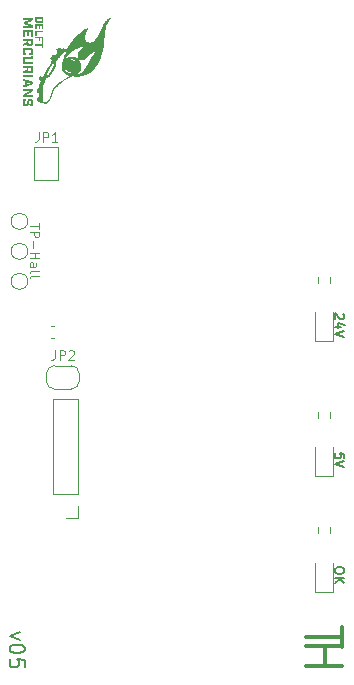
<source format=gbr>
%TF.GenerationSoftware,KiCad,Pcbnew,7.0.9*%
%TF.CreationDate,2024-04-13T12:05:23+02:00*%
%TF.ProjectId,MotorDriverCarrier-rounded,4d6f746f-7244-4726-9976-657243617272,rev?*%
%TF.SameCoordinates,Original*%
%TF.FileFunction,Legend,Top*%
%TF.FilePolarity,Positive*%
%FSLAX46Y46*%
G04 Gerber Fmt 4.6, Leading zero omitted, Abs format (unit mm)*
G04 Created by KiCad (PCBNEW 7.0.9) date 2024-04-13 12:05:23*
%MOMM*%
%LPD*%
G01*
G04 APERTURE LIST*
%ADD10C,0.203200*%
%ADD11C,0.150000*%
%ADD12C,0.300000*%
%ADD13C,0.120000*%
G04 APERTURE END LIST*
D10*
X117236707Y-104787095D02*
X116390040Y-105089476D01*
X116390040Y-105089476D02*
X117236707Y-105391857D01*
X117660040Y-106117571D02*
X117660040Y-106238524D01*
X117660040Y-106238524D02*
X117599564Y-106359476D01*
X117599564Y-106359476D02*
X117539088Y-106419952D01*
X117539088Y-106419952D02*
X117418136Y-106480428D01*
X117418136Y-106480428D02*
X117176231Y-106540905D01*
X117176231Y-106540905D02*
X116873850Y-106540905D01*
X116873850Y-106540905D02*
X116631945Y-106480428D01*
X116631945Y-106480428D02*
X116510993Y-106419952D01*
X116510993Y-106419952D02*
X116450517Y-106359476D01*
X116450517Y-106359476D02*
X116390040Y-106238524D01*
X116390040Y-106238524D02*
X116390040Y-106117571D01*
X116390040Y-106117571D02*
X116450517Y-105996619D01*
X116450517Y-105996619D02*
X116510993Y-105936143D01*
X116510993Y-105936143D02*
X116631945Y-105875666D01*
X116631945Y-105875666D02*
X116873850Y-105815190D01*
X116873850Y-105815190D02*
X117176231Y-105815190D01*
X117176231Y-105815190D02*
X117418136Y-105875666D01*
X117418136Y-105875666D02*
X117539088Y-105936143D01*
X117539088Y-105936143D02*
X117599564Y-105996619D01*
X117599564Y-105996619D02*
X117660040Y-106117571D01*
X117660040Y-107689952D02*
X117660040Y-107085190D01*
X117660040Y-107085190D02*
X117055278Y-107024714D01*
X117055278Y-107024714D02*
X117115755Y-107085190D01*
X117115755Y-107085190D02*
X117176231Y-107206143D01*
X117176231Y-107206143D02*
X117176231Y-107508524D01*
X117176231Y-107508524D02*
X117115755Y-107629476D01*
X117115755Y-107629476D02*
X117055278Y-107689952D01*
X117055278Y-107689952D02*
X116934326Y-107750429D01*
X116934326Y-107750429D02*
X116631945Y-107750429D01*
X116631945Y-107750429D02*
X116510993Y-107689952D01*
X116510993Y-107689952D02*
X116450517Y-107629476D01*
X116450517Y-107629476D02*
X116390040Y-107508524D01*
X116390040Y-107508524D02*
X116390040Y-107206143D01*
X116390040Y-107206143D02*
X116450517Y-107085190D01*
X116450517Y-107085190D02*
X116510993Y-107024714D01*
D11*
X144633514Y-77787618D02*
X144671609Y-77825714D01*
X144671609Y-77825714D02*
X144709704Y-77901904D01*
X144709704Y-77901904D02*
X144709704Y-78092380D01*
X144709704Y-78092380D02*
X144671609Y-78168571D01*
X144671609Y-78168571D02*
X144633514Y-78206666D01*
X144633514Y-78206666D02*
X144557323Y-78244761D01*
X144557323Y-78244761D02*
X144481133Y-78244761D01*
X144481133Y-78244761D02*
X144366847Y-78206666D01*
X144366847Y-78206666D02*
X143909704Y-77749523D01*
X143909704Y-77749523D02*
X143909704Y-78244761D01*
X144443038Y-78930476D02*
X143909704Y-78930476D01*
X144747800Y-78740000D02*
X144176371Y-78549523D01*
X144176371Y-78549523D02*
X144176371Y-79044762D01*
X144709704Y-79235238D02*
X143909704Y-79501905D01*
X143909704Y-79501905D02*
X144709704Y-79768571D01*
D12*
X141502742Y-107664142D02*
X144502742Y-107664142D01*
X143074171Y-107664142D02*
X143074171Y-105949856D01*
X141502742Y-105949856D02*
X144502742Y-105949856D01*
D11*
X144709704Y-99472810D02*
X144709704Y-99625191D01*
X144709704Y-99625191D02*
X144671609Y-99701381D01*
X144671609Y-99701381D02*
X144595419Y-99777572D01*
X144595419Y-99777572D02*
X144443038Y-99815667D01*
X144443038Y-99815667D02*
X144176371Y-99815667D01*
X144176371Y-99815667D02*
X144023990Y-99777572D01*
X144023990Y-99777572D02*
X143947800Y-99701381D01*
X143947800Y-99701381D02*
X143909704Y-99625191D01*
X143909704Y-99625191D02*
X143909704Y-99472810D01*
X143909704Y-99472810D02*
X143947800Y-99396619D01*
X143947800Y-99396619D02*
X144023990Y-99320429D01*
X144023990Y-99320429D02*
X144176371Y-99282333D01*
X144176371Y-99282333D02*
X144443038Y-99282333D01*
X144443038Y-99282333D02*
X144595419Y-99320429D01*
X144595419Y-99320429D02*
X144671609Y-99396619D01*
X144671609Y-99396619D02*
X144709704Y-99472810D01*
X143909704Y-100158524D02*
X144709704Y-100158524D01*
X143909704Y-100615667D02*
X144366847Y-100272809D01*
X144709704Y-100615667D02*
X144252561Y-100158524D01*
D12*
X144502742Y-106013142D02*
X144502742Y-104298857D01*
X141502742Y-105155999D02*
X144502742Y-105155999D01*
D11*
X144709704Y-90017619D02*
X144709704Y-89636667D01*
X144709704Y-89636667D02*
X144328752Y-89598571D01*
X144328752Y-89598571D02*
X144366847Y-89636667D01*
X144366847Y-89636667D02*
X144404942Y-89712857D01*
X144404942Y-89712857D02*
X144404942Y-89903333D01*
X144404942Y-89903333D02*
X144366847Y-89979524D01*
X144366847Y-89979524D02*
X144328752Y-90017619D01*
X144328752Y-90017619D02*
X144252561Y-90055714D01*
X144252561Y-90055714D02*
X144062085Y-90055714D01*
X144062085Y-90055714D02*
X143985895Y-90017619D01*
X143985895Y-90017619D02*
X143947800Y-89979524D01*
X143947800Y-89979524D02*
X143909704Y-89903333D01*
X143909704Y-89903333D02*
X143909704Y-89712857D01*
X143909704Y-89712857D02*
X143947800Y-89636667D01*
X143947800Y-89636667D02*
X143985895Y-89598571D01*
X144709704Y-90284286D02*
X143909704Y-90550953D01*
X143909704Y-90550953D02*
X144709704Y-90817619D01*
D13*
X118887144Y-70132137D02*
X118887144Y-70589280D01*
X118087144Y-70360708D02*
X118887144Y-70360708D01*
X118087144Y-70855947D02*
X118887144Y-70855947D01*
X118887144Y-70855947D02*
X118887144Y-71160709D01*
X118887144Y-71160709D02*
X118849049Y-71236899D01*
X118849049Y-71236899D02*
X118810954Y-71274994D01*
X118810954Y-71274994D02*
X118734763Y-71313090D01*
X118734763Y-71313090D02*
X118620478Y-71313090D01*
X118620478Y-71313090D02*
X118544287Y-71274994D01*
X118544287Y-71274994D02*
X118506192Y-71236899D01*
X118506192Y-71236899D02*
X118468097Y-71160709D01*
X118468097Y-71160709D02*
X118468097Y-70855947D01*
X118391906Y-71655947D02*
X118391906Y-72265471D01*
X118087144Y-72646423D02*
X118887144Y-72646423D01*
X118506192Y-72646423D02*
X118506192Y-73103566D01*
X118087144Y-73103566D02*
X118887144Y-73103566D01*
X118087144Y-73827375D02*
X118506192Y-73827375D01*
X118506192Y-73827375D02*
X118582382Y-73789280D01*
X118582382Y-73789280D02*
X118620478Y-73713089D01*
X118620478Y-73713089D02*
X118620478Y-73560708D01*
X118620478Y-73560708D02*
X118582382Y-73484518D01*
X118125240Y-73827375D02*
X118087144Y-73751184D01*
X118087144Y-73751184D02*
X118087144Y-73560708D01*
X118087144Y-73560708D02*
X118125240Y-73484518D01*
X118125240Y-73484518D02*
X118201430Y-73446422D01*
X118201430Y-73446422D02*
X118277620Y-73446422D01*
X118277620Y-73446422D02*
X118353811Y-73484518D01*
X118353811Y-73484518D02*
X118391906Y-73560708D01*
X118391906Y-73560708D02*
X118391906Y-73751184D01*
X118391906Y-73751184D02*
X118430001Y-73827375D01*
X118087144Y-74322613D02*
X118125240Y-74246423D01*
X118125240Y-74246423D02*
X118201430Y-74208328D01*
X118201430Y-74208328D02*
X118887144Y-74208328D01*
X118087144Y-74741661D02*
X118125240Y-74665471D01*
X118125240Y-74665471D02*
X118201430Y-74627376D01*
X118201430Y-74627376D02*
X118887144Y-74627376D01*
X120237333Y-80883855D02*
X120237333Y-81455283D01*
X120237333Y-81455283D02*
X120199238Y-81569569D01*
X120199238Y-81569569D02*
X120123047Y-81645760D01*
X120123047Y-81645760D02*
X120008762Y-81683855D01*
X120008762Y-81683855D02*
X119932571Y-81683855D01*
X120618286Y-81683855D02*
X120618286Y-80883855D01*
X120618286Y-80883855D02*
X120923048Y-80883855D01*
X120923048Y-80883855D02*
X120999238Y-80921950D01*
X120999238Y-80921950D02*
X121037333Y-80960045D01*
X121037333Y-80960045D02*
X121075429Y-81036236D01*
X121075429Y-81036236D02*
X121075429Y-81150521D01*
X121075429Y-81150521D02*
X121037333Y-81226712D01*
X121037333Y-81226712D02*
X120999238Y-81264807D01*
X120999238Y-81264807D02*
X120923048Y-81302902D01*
X120923048Y-81302902D02*
X120618286Y-81302902D01*
X121380190Y-80960045D02*
X121418286Y-80921950D01*
X121418286Y-80921950D02*
X121494476Y-80883855D01*
X121494476Y-80883855D02*
X121684952Y-80883855D01*
X121684952Y-80883855D02*
X121761143Y-80921950D01*
X121761143Y-80921950D02*
X121799238Y-80960045D01*
X121799238Y-80960045D02*
X121837333Y-81036236D01*
X121837333Y-81036236D02*
X121837333Y-81112426D01*
X121837333Y-81112426D02*
X121799238Y-81226712D01*
X121799238Y-81226712D02*
X121342095Y-81683855D01*
X121342095Y-81683855D02*
X121837333Y-81683855D01*
X118840333Y-62428855D02*
X118840333Y-63000283D01*
X118840333Y-63000283D02*
X118802238Y-63114569D01*
X118802238Y-63114569D02*
X118726047Y-63190760D01*
X118726047Y-63190760D02*
X118611762Y-63228855D01*
X118611762Y-63228855D02*
X118535571Y-63228855D01*
X119221286Y-63228855D02*
X119221286Y-62428855D01*
X119221286Y-62428855D02*
X119526048Y-62428855D01*
X119526048Y-62428855D02*
X119602238Y-62466950D01*
X119602238Y-62466950D02*
X119640333Y-62505045D01*
X119640333Y-62505045D02*
X119678429Y-62581236D01*
X119678429Y-62581236D02*
X119678429Y-62695521D01*
X119678429Y-62695521D02*
X119640333Y-62771712D01*
X119640333Y-62771712D02*
X119602238Y-62809807D01*
X119602238Y-62809807D02*
X119526048Y-62847902D01*
X119526048Y-62847902D02*
X119221286Y-62847902D01*
X120440333Y-63228855D02*
X119983190Y-63228855D01*
X120211762Y-63228855D02*
X120211762Y-62428855D01*
X120211762Y-62428855D02*
X120135571Y-62543140D01*
X120135571Y-62543140D02*
X120059381Y-62619331D01*
X120059381Y-62619331D02*
X119983190Y-62657426D01*
%TO.C,R1*%
X143524500Y-86105276D02*
X143524500Y-86614724D01*
X142479500Y-86105276D02*
X142479500Y-86614724D01*
%TO.C,J2*%
X120098000Y-93075000D02*
X120098000Y-85015000D01*
X122218000Y-85015000D02*
X120098000Y-85015000D01*
X122218000Y-93075000D02*
X120098000Y-93075000D01*
X122218000Y-93075000D02*
X122218000Y-85015000D01*
X122218000Y-94075000D02*
X122218000Y-95135000D01*
X122218000Y-95135000D02*
X121158000Y-95135000D01*
%TO.C,G\u002A\u002A\u002A*%
G36*
X118373000Y-57607000D02*
G01*
X118377542Y-57779000D01*
X117505000Y-57779000D01*
X117505000Y-57602862D01*
X118373000Y-57607000D01*
G37*
G36*
X119225000Y-53962781D02*
G01*
X118963000Y-53964890D01*
X118701000Y-53967000D01*
X118698812Y-54105000D01*
X118696623Y-54243000D01*
X118577000Y-54243000D01*
X118577000Y-53835000D01*
X119225000Y-53835000D01*
X119225000Y-53962781D01*
G37*
G36*
X119225000Y-55283000D02*
G01*
X119105000Y-55283000D01*
X119105000Y-55115000D01*
X118577000Y-55115000D01*
X118577000Y-54979000D01*
X119105000Y-54979000D01*
X119105000Y-54811000D01*
X119225000Y-54811000D01*
X119225000Y-55283000D01*
G37*
G36*
X119225000Y-54763000D02*
G01*
X119105000Y-54763000D01*
X119105000Y-54467000D01*
X118969000Y-54467000D01*
X118969000Y-54707000D01*
X118841000Y-54707000D01*
X118841000Y-54467000D01*
X118577000Y-54467000D01*
X118577000Y-54339000D01*
X119225000Y-54339000D01*
X119225000Y-54763000D01*
G37*
G36*
X119225000Y-53723000D02*
G01*
X119105000Y-53723000D01*
X119105000Y-53427000D01*
X118969000Y-53427000D01*
X118969000Y-53667000D01*
X118849000Y-53667000D01*
X118849000Y-53427000D01*
X118697000Y-53427000D01*
X118697000Y-53723000D01*
X118577000Y-53723000D01*
X118577000Y-53291000D01*
X119225000Y-53291000D01*
X119225000Y-53723000D01*
G37*
G36*
X118367247Y-58868805D02*
G01*
X118365000Y-58966610D01*
X118075547Y-59122805D01*
X117786093Y-59279000D01*
X118077547Y-59281098D01*
X118369000Y-59283197D01*
X118369000Y-59443000D01*
X117505000Y-59443000D01*
X117505000Y-59254888D01*
X117793729Y-59098944D01*
X118082457Y-58943000D01*
X117793729Y-58940900D01*
X117505000Y-58938800D01*
X117505000Y-58771000D01*
X118369493Y-58771000D01*
X118367247Y-58868805D01*
G37*
G36*
X118375103Y-54061000D02*
G01*
X118373000Y-54343000D01*
X118291000Y-54345279D01*
X118209000Y-54347559D01*
X118209000Y-53955000D01*
X118033339Y-53955000D01*
X118031170Y-54113000D01*
X118029000Y-54271000D01*
X117947000Y-54273279D01*
X117865000Y-54275559D01*
X117865000Y-53955000D01*
X117665000Y-53955000D01*
X117665000Y-54347000D01*
X117505000Y-54347000D01*
X117505000Y-53779000D01*
X118377205Y-53779000D01*
X118375103Y-54061000D01*
G37*
G36*
X118367247Y-52852925D02*
G01*
X118365000Y-52950851D01*
X118119020Y-53058925D01*
X118060619Y-53084700D01*
X118007175Y-53108509D01*
X117960384Y-53129579D01*
X117921941Y-53147139D01*
X117893541Y-53160415D01*
X117876878Y-53168636D01*
X117873099Y-53171000D01*
X117880164Y-53175050D01*
X117900199Y-53184722D01*
X117931508Y-53199245D01*
X117972396Y-53217845D01*
X118021167Y-53239748D01*
X118076125Y-53264182D01*
X118119079Y-53283130D01*
X118365000Y-53391260D01*
X118367247Y-53489130D01*
X118369493Y-53587000D01*
X117505000Y-53587000D01*
X117505000Y-53419000D01*
X118069000Y-53418460D01*
X117645000Y-53236176D01*
X117645000Y-53105823D01*
X118069000Y-52923539D01*
X117787000Y-52923269D01*
X117505000Y-52923000D01*
X117505000Y-52755000D01*
X118369493Y-52755000D01*
X118367247Y-52852925D01*
G37*
G36*
X118369000Y-56202831D02*
G01*
X118019000Y-56204915D01*
X117669000Y-56207000D01*
X117666781Y-56325916D01*
X117666368Y-56381106D01*
X117667500Y-56420923D01*
X117670209Y-56445920D01*
X117673761Y-56455916D01*
X117678460Y-56458675D01*
X117688441Y-56460954D01*
X117705027Y-56462797D01*
X117729544Y-56464243D01*
X117763316Y-56465336D01*
X117807667Y-56466116D01*
X117863922Y-56466625D01*
X117933404Y-56466906D01*
X118017440Y-56466999D01*
X118025980Y-56467000D01*
X118369000Y-56467000D01*
X118369000Y-56643000D01*
X117619517Y-56643000D01*
X117584259Y-56624385D01*
X117557678Y-56605867D01*
X117532545Y-56581318D01*
X117525000Y-56571719D01*
X117501000Y-56537667D01*
X117499084Y-56348333D01*
X117498657Y-56283038D01*
X117498906Y-56231793D01*
X117499913Y-56192656D01*
X117501761Y-56163689D01*
X117504532Y-56142952D01*
X117508307Y-56128504D01*
X117508403Y-56128241D01*
X117530484Y-56087658D01*
X117564925Y-56055058D01*
X117589000Y-56040221D01*
X117596875Y-56036208D01*
X117605246Y-56032860D01*
X117615582Y-56030105D01*
X117629354Y-56027871D01*
X117648030Y-56026087D01*
X117673083Y-56024682D01*
X117705980Y-56023583D01*
X117748193Y-56022721D01*
X117801191Y-56022023D01*
X117866444Y-56021419D01*
X117945422Y-56020835D01*
X117995000Y-56020500D01*
X118369000Y-56018000D01*
X118369000Y-56202831D01*
G37*
G36*
X118697000Y-52699000D02*
G01*
X119225000Y-52699000D01*
X119224971Y-52889000D01*
X119224873Y-52949544D01*
X119224496Y-52996260D01*
X119223680Y-53031318D01*
X119222263Y-53056889D01*
X119220087Y-53075144D01*
X119216990Y-53088254D01*
X119212814Y-53098389D01*
X119209044Y-53105073D01*
X119190622Y-53127690D01*
X119167957Y-53146495D01*
X119167074Y-53147043D01*
X119158784Y-53151584D01*
X119149252Y-53155170D01*
X119136599Y-53157912D01*
X119118946Y-53159924D01*
X119094416Y-53161316D01*
X119061131Y-53162201D01*
X119017213Y-53162692D01*
X118960783Y-53162901D01*
X118901000Y-53162940D01*
X118832346Y-53162884D01*
X118777813Y-53162642D01*
X118735524Y-53162102D01*
X118703600Y-53161151D01*
X118680165Y-53159678D01*
X118663339Y-53157569D01*
X118651244Y-53154713D01*
X118642004Y-53150998D01*
X118634927Y-53147043D01*
X118612310Y-53128621D01*
X118593505Y-53105956D01*
X118592957Y-53105073D01*
X118587903Y-53095735D01*
X118584045Y-53084988D01*
X118581221Y-53070661D01*
X118579273Y-53050583D01*
X118578040Y-53022583D01*
X118577362Y-52984491D01*
X118577079Y-52934135D01*
X118577030Y-52889000D01*
X118577020Y-52827000D01*
X118697000Y-52827000D01*
X118697000Y-52915525D01*
X118697726Y-52953005D01*
X118699688Y-52985683D01*
X118702569Y-53009547D01*
X118705282Y-53019525D01*
X118708740Y-53024459D01*
X118714480Y-53028217D01*
X118724498Y-53030960D01*
X118740794Y-53032846D01*
X118765363Y-53034033D01*
X118800204Y-53034682D01*
X118847313Y-53034951D01*
X118899682Y-53035000D01*
X118965590Y-53034720D01*
X119016674Y-53033842D01*
X119054098Y-53032310D01*
X119079030Y-53030065D01*
X119092634Y-53027051D01*
X119095401Y-53025399D01*
X119100356Y-53011625D01*
X119103536Y-52982048D01*
X119104931Y-52936769D01*
X119105000Y-52921399D01*
X119105000Y-52827000D01*
X118697000Y-52827000D01*
X118577020Y-52827000D01*
X118577000Y-52699000D01*
X118697000Y-52699000D01*
G37*
G36*
X117985000Y-56819000D02*
G01*
X118369630Y-56819000D01*
X118365000Y-57337540D01*
X118340240Y-57368270D01*
X118321888Y-57389745D01*
X118304296Y-57406045D01*
X118284921Y-57417877D01*
X118261223Y-57425952D01*
X118230658Y-57430978D01*
X118190684Y-57433665D01*
X118138759Y-57434722D01*
X118101526Y-57434868D01*
X118047771Y-57434777D01*
X118007342Y-57434238D01*
X117977565Y-57433008D01*
X117955767Y-57430843D01*
X117939274Y-57427503D01*
X117925414Y-57422744D01*
X117914807Y-57417938D01*
X117889665Y-57401271D01*
X117863956Y-57377233D01*
X117842650Y-57351067D01*
X117831254Y-57329760D01*
X117823490Y-57330410D01*
X117803319Y-57336859D01*
X117772898Y-57348283D01*
X117734386Y-57363857D01*
X117689941Y-57382759D01*
X117672768Y-57390279D01*
X117626355Y-57410632D01*
X117584861Y-57428592D01*
X117550521Y-57443211D01*
X117525570Y-57453539D01*
X117512241Y-57458630D01*
X117510754Y-57459000D01*
X117508486Y-57451528D01*
X117506977Y-57431202D01*
X117506362Y-57401154D01*
X117506747Y-57365737D01*
X117509000Y-57272474D01*
X117825000Y-57135382D01*
X117825000Y-56995000D01*
X117985000Y-56995000D01*
X117985000Y-57111525D01*
X117985556Y-57155096D01*
X117987088Y-57193307D01*
X117989396Y-57222954D01*
X117992279Y-57240829D01*
X117993282Y-57243525D01*
X117998236Y-57250132D01*
X118006627Y-57254549D01*
X118021349Y-57257208D01*
X118045293Y-57258541D01*
X118081351Y-57258978D01*
X118097000Y-57259000D01*
X118137871Y-57258770D01*
X118165638Y-57257792D01*
X118183191Y-57255636D01*
X118193425Y-57251869D01*
X118199230Y-57246061D01*
X118200719Y-57243525D01*
X118203742Y-57230062D01*
X118206254Y-57203807D01*
X118208055Y-57167969D01*
X118208942Y-57125754D01*
X118209000Y-57111525D01*
X118209000Y-56995000D01*
X117985000Y-56995000D01*
X117825000Y-56995000D01*
X117505000Y-56995000D01*
X117505000Y-56819000D01*
X117985000Y-56819000D01*
G37*
G36*
X117519000Y-57900891D02*
G01*
X117529067Y-57903994D01*
X117552922Y-57911552D01*
X117589129Y-57923102D01*
X117636251Y-57938185D01*
X117692850Y-57956340D01*
X117757490Y-57977105D01*
X117828732Y-58000021D01*
X117871000Y-58013632D01*
X117905140Y-58024625D01*
X117951221Y-58039476D01*
X118369442Y-58174304D01*
X118367221Y-58278445D01*
X118365000Y-58382585D01*
X117937000Y-58520725D01*
X117857784Y-58546282D01*
X117783252Y-58570310D01*
X117714770Y-58592367D01*
X117653707Y-58612014D01*
X117601431Y-58628813D01*
X117559309Y-58642323D01*
X117528709Y-58652104D01*
X117510999Y-58657718D01*
X117507000Y-58658932D01*
X117506223Y-58651478D01*
X117505587Y-58631136D01*
X117505157Y-58601017D01*
X117505000Y-58564373D01*
X117505000Y-58469746D01*
X117696982Y-58415000D01*
X117696991Y-58275000D01*
X117865000Y-58275000D01*
X117865509Y-58310362D01*
X117866889Y-58338941D01*
X117868918Y-58357508D01*
X117871000Y-58363006D01*
X117881912Y-58360886D01*
X117904422Y-58355080D01*
X117935702Y-58346429D01*
X117972925Y-58335774D01*
X118013262Y-58323956D01*
X118053885Y-58311817D01*
X118091968Y-58300198D01*
X118124681Y-58289940D01*
X118149198Y-58281885D01*
X118162690Y-58276873D01*
X118164390Y-58275722D01*
X118156036Y-58272467D01*
X118135252Y-58265617D01*
X118104969Y-58256054D01*
X118068114Y-58244665D01*
X118027619Y-58232334D01*
X117986413Y-58219944D01*
X117947426Y-58208380D01*
X117913588Y-58198527D01*
X117887828Y-58191270D01*
X117873077Y-58187492D01*
X117871000Y-58187153D01*
X117868590Y-58194550D01*
X117866642Y-58214723D01*
X117865376Y-58244452D01*
X117865000Y-58275000D01*
X117696991Y-58275000D01*
X117697000Y-58133746D01*
X117601010Y-58106373D01*
X117505019Y-58079000D01*
X117505010Y-57988066D01*
X117505210Y-57948799D01*
X117506094Y-57922966D01*
X117508073Y-57908003D01*
X117511560Y-57901347D01*
X117516964Y-57900434D01*
X117519000Y-57900891D01*
G37*
G36*
X117983874Y-54499000D02*
G01*
X118369000Y-54499000D01*
X118368869Y-54749000D01*
X118368798Y-54818914D01*
X118368587Y-54874698D01*
X118368117Y-54918220D01*
X118367267Y-54951348D01*
X118365918Y-54975951D01*
X118363949Y-54993899D01*
X118361241Y-55007060D01*
X118357674Y-55017304D01*
X118353128Y-55026498D01*
X118350801Y-55030667D01*
X118332958Y-55054697D01*
X118308819Y-55078461D01*
X118298268Y-55086667D01*
X118263672Y-55111000D01*
X118115195Y-55113651D01*
X118059472Y-55114393D01*
X118017137Y-55114264D01*
X117985596Y-55113118D01*
X117962253Y-55110812D01*
X117944514Y-55107201D01*
X117933241Y-55103517D01*
X117896495Y-55083511D01*
X117864673Y-55055273D01*
X117842972Y-55023530D01*
X117841395Y-55019951D01*
X117831848Y-54996903D01*
X117671291Y-55067951D01*
X117624397Y-55088647D01*
X117582641Y-55106970D01*
X117548163Y-55121990D01*
X117523101Y-55132776D01*
X117509594Y-55138400D01*
X117507867Y-55139000D01*
X117506751Y-55131520D01*
X117505839Y-55111166D01*
X117505228Y-55081061D01*
X117505012Y-55045000D01*
X117505023Y-54951000D01*
X117663012Y-54882645D01*
X117821000Y-54814291D01*
X117823312Y-54744645D01*
X117825623Y-54675000D01*
X117983874Y-54675000D01*
X117986437Y-54799306D01*
X117987740Y-54848588D01*
X117989464Y-54884090D01*
X117991854Y-54908034D01*
X117995157Y-54922639D01*
X117999616Y-54930126D01*
X118001000Y-54931184D01*
X118013644Y-54934324D01*
X118038365Y-54936853D01*
X118071245Y-54938461D01*
X118098429Y-54938877D01*
X118139307Y-54938406D01*
X118167125Y-54936607D01*
X118184794Y-54933111D01*
X118195224Y-54927548D01*
X118196429Y-54926428D01*
X118201464Y-54918697D01*
X118205001Y-54905575D01*
X118207275Y-54884581D01*
X118208523Y-54853235D01*
X118208981Y-54809055D01*
X118209000Y-54794428D01*
X118209000Y-54675000D01*
X117983874Y-54675000D01*
X117825623Y-54675000D01*
X117505000Y-54675000D01*
X117505000Y-54499000D01*
X117983874Y-54499000D01*
G37*
G36*
X118016499Y-55263024D02*
G01*
X118081621Y-55263152D01*
X118133990Y-55263463D01*
X118175230Y-55264037D01*
X118206963Y-55264956D01*
X118230813Y-55266299D01*
X118248404Y-55268146D01*
X118261359Y-55270579D01*
X118271301Y-55273677D01*
X118279854Y-55277520D01*
X118285000Y-55280221D01*
X118325560Y-55308196D01*
X118353763Y-55342970D01*
X118364619Y-55364852D01*
X118368898Y-55378224D01*
X118372119Y-55396550D01*
X118374409Y-55421985D01*
X118375900Y-55456683D01*
X118376719Y-55502799D01*
X118376997Y-55562486D01*
X118377000Y-55571000D01*
X118376751Y-55635433D01*
X118375729Y-55686150D01*
X118373527Y-55725431D01*
X118369736Y-55755555D01*
X118363947Y-55778802D01*
X118355752Y-55797452D01*
X118344742Y-55813785D01*
X118330576Y-55830008D01*
X118306514Y-55851779D01*
X118279754Y-55866941D01*
X118246958Y-55876500D01*
X118204788Y-55881460D01*
X118155000Y-55882824D01*
X118065000Y-55883000D01*
X118065000Y-55707000D01*
X118128021Y-55707000D01*
X118165937Y-55705756D01*
X118189677Y-55701856D01*
X118200240Y-55695916D01*
X118204308Y-55683048D01*
X118206774Y-55655830D01*
X118207669Y-55613707D01*
X118207220Y-55565916D01*
X118205000Y-55447000D01*
X117669000Y-55447000D01*
X117666781Y-55565916D01*
X117666368Y-55621106D01*
X117667500Y-55660923D01*
X117670209Y-55685920D01*
X117673761Y-55695916D01*
X117686217Y-55702403D01*
X117711381Y-55706009D01*
X117745980Y-55707000D01*
X117809000Y-55707000D01*
X117809000Y-55883000D01*
X117717914Y-55883000D01*
X117677266Y-55882697D01*
X117648376Y-55881318D01*
X117627007Y-55878157D01*
X117608920Y-55872508D01*
X117589879Y-55863665D01*
X117584189Y-55860725D01*
X117555469Y-55843126D01*
X117535602Y-55822847D01*
X117519275Y-55795811D01*
X117497000Y-55753172D01*
X117497352Y-55576086D01*
X117497825Y-55509615D01*
X117499009Y-55457509D01*
X117500993Y-55418147D01*
X117503865Y-55389907D01*
X117507713Y-55371166D01*
X117508670Y-55368241D01*
X117530311Y-55327920D01*
X117564437Y-55295401D01*
X117589000Y-55280221D01*
X117597500Y-55275891D01*
X117606413Y-55272355D01*
X117617363Y-55269532D01*
X117631974Y-55267343D01*
X117651869Y-55265707D01*
X117678672Y-55264543D01*
X117714006Y-55263771D01*
X117759494Y-55263312D01*
X117816760Y-55263083D01*
X117887428Y-55263006D01*
X117937000Y-55263000D01*
X118016499Y-55263024D01*
G37*
G36*
X117785000Y-59779000D02*
G01*
X117740475Y-59779000D01*
X117712999Y-59779273D01*
X117693160Y-59781588D01*
X117679714Y-59788183D01*
X117671418Y-59801299D01*
X117667029Y-59823174D01*
X117665304Y-59856050D01*
X117665000Y-59902167D01*
X117665000Y-59915000D01*
X117665151Y-59961343D01*
X117665809Y-59994237D01*
X117667283Y-60016230D01*
X117669881Y-60029870D01*
X117673913Y-60037705D01*
X117679688Y-60042286D01*
X117680475Y-60042718D01*
X117698811Y-60047939D01*
X117726019Y-60050642D01*
X117756924Y-60050930D01*
X117786350Y-60048909D01*
X117809121Y-60044683D01*
X117818940Y-60039917D01*
X117824187Y-60028764D01*
X117831866Y-60004701D01*
X117841214Y-59970498D01*
X117851467Y-59928922D01*
X117860247Y-59890200D01*
X117871318Y-59842190D01*
X117882849Y-59796970D01*
X117893880Y-59757990D01*
X117903447Y-59728697D01*
X117909021Y-59715283D01*
X117932471Y-59678791D01*
X117961633Y-59647158D01*
X117992189Y-59624764D01*
X118003521Y-59619490D01*
X118022792Y-59615603D01*
X118054042Y-59612946D01*
X118093296Y-59611499D01*
X118136583Y-59611242D01*
X118179929Y-59612157D01*
X118219361Y-59614223D01*
X118250907Y-59617421D01*
X118267818Y-59620789D01*
X118301908Y-59637903D01*
X118333668Y-59665759D01*
X118358106Y-59699324D01*
X118367587Y-59721436D01*
X118371618Y-59743737D01*
X118374605Y-59778082D01*
X118376573Y-59821306D01*
X118377546Y-59870245D01*
X118377549Y-59921736D01*
X118376607Y-59972614D01*
X118374745Y-60019716D01*
X118371987Y-60059877D01*
X118368359Y-60089935D01*
X118364576Y-60105256D01*
X118340409Y-60147838D01*
X118307633Y-60178883D01*
X118264942Y-60199118D01*
X118211030Y-60209270D01*
X118175000Y-60210824D01*
X118105000Y-60211000D01*
X118105000Y-60043000D01*
X118141526Y-60043000D01*
X118166841Y-60042534D01*
X118184871Y-60039589D01*
X118196851Y-60031845D01*
X118204017Y-60016979D01*
X118207607Y-59992672D01*
X118208856Y-59956601D01*
X118209000Y-59916318D01*
X118208329Y-59863727D01*
X118206281Y-59826484D01*
X118202810Y-59803994D01*
X118199400Y-59796599D01*
X118186794Y-59791659D01*
X118163787Y-59788464D01*
X118135181Y-59787033D01*
X118105775Y-59787384D01*
X118080372Y-59789537D01*
X118063771Y-59793510D01*
X118060350Y-59796052D01*
X118056899Y-59806488D01*
X118050768Y-59829878D01*
X118042612Y-59863527D01*
X118033087Y-59904739D01*
X118024108Y-59945051D01*
X118009502Y-60008937D01*
X117996330Y-60059398D01*
X117983653Y-60098835D01*
X117970533Y-60129646D01*
X117956032Y-60154231D01*
X117939211Y-60174988D01*
X117930832Y-60183529D01*
X117911563Y-60199907D01*
X117890695Y-60211690D01*
X117865228Y-60219578D01*
X117832160Y-60224273D01*
X117788490Y-60226474D01*
X117745000Y-60226910D01*
X117690025Y-60226086D01*
X117647919Y-60223157D01*
X117615617Y-60217440D01*
X117590051Y-60208249D01*
X117568154Y-60194900D01*
X117555526Y-60184632D01*
X117537893Y-60168131D01*
X117524219Y-60151852D01*
X117514015Y-60133538D01*
X117506792Y-60110935D01*
X117502063Y-60081787D01*
X117499339Y-60043840D01*
X117498131Y-59994837D01*
X117497951Y-59932525D01*
X117497993Y-59919000D01*
X117498620Y-59859471D01*
X117499978Y-59807158D01*
X117501965Y-59764253D01*
X117504480Y-59732947D01*
X117507422Y-59715434D01*
X117507440Y-59715377D01*
X117524226Y-59683733D01*
X117551496Y-59653722D01*
X117584082Y-59630295D01*
X117606121Y-59620807D01*
X117629322Y-59616310D01*
X117662513Y-59612898D01*
X117699695Y-59611128D01*
X117711929Y-59611000D01*
X117785000Y-59611000D01*
X117785000Y-59779000D01*
G37*
G36*
X124940322Y-52755905D02*
G01*
X124962076Y-52765313D01*
X124963464Y-52766606D01*
X124976619Y-52785982D01*
X124975726Y-52804938D01*
X124960253Y-52824725D01*
X124929669Y-52846593D01*
X124929366Y-52846778D01*
X124891602Y-52873222D01*
X124856621Y-52905790D01*
X124822027Y-52947144D01*
X124785424Y-52999948D01*
X124770882Y-53022937D01*
X124702491Y-53145646D01*
X124640664Y-53282503D01*
X124585618Y-53432968D01*
X124537572Y-53596500D01*
X124533185Y-53613459D01*
X124517505Y-53677766D01*
X124503203Y-53743167D01*
X124490066Y-53811255D01*
X124477882Y-53883621D01*
X124466440Y-53961858D01*
X124455527Y-54047558D01*
X124444931Y-54142314D01*
X124434442Y-54247717D01*
X124423846Y-54365361D01*
X124412931Y-54496837D01*
X124408951Y-54547000D01*
X124399556Y-54665305D01*
X124391027Y-54769363D01*
X124383168Y-54860890D01*
X124375781Y-54941604D01*
X124368671Y-55013221D01*
X124361641Y-55077459D01*
X124354494Y-55136035D01*
X124347034Y-55190666D01*
X124339064Y-55243068D01*
X124330388Y-55294960D01*
X124320810Y-55348057D01*
X124311893Y-55395000D01*
X124270231Y-55587658D01*
X124220460Y-55777986D01*
X124163274Y-55964222D01*
X124099370Y-56144603D01*
X124029443Y-56317367D01*
X123954188Y-56480752D01*
X123874300Y-56632997D01*
X123790477Y-56772338D01*
X123737174Y-56851000D01*
X123630292Y-56992461D01*
X123521166Y-57119012D01*
X123408611Y-57231706D01*
X123291443Y-57331596D01*
X123168479Y-57419737D01*
X123038533Y-57497182D01*
X122973000Y-57531029D01*
X122859831Y-57582380D01*
X122746206Y-57624680D01*
X122628175Y-57659120D01*
X122501786Y-57686887D01*
X122397000Y-57704363D01*
X122344554Y-57710197D01*
X122279289Y-57714432D01*
X122204307Y-57717052D01*
X122122711Y-57718043D01*
X122037604Y-57717387D01*
X121952088Y-57715069D01*
X121869265Y-57711075D01*
X121815061Y-57707312D01*
X121689121Y-57697300D01*
X121615061Y-57725996D01*
X121582142Y-57739550D01*
X121539296Y-57758357D01*
X121490868Y-57780447D01*
X121441209Y-57803851D01*
X121412148Y-57817941D01*
X121248731Y-57902636D01*
X121093986Y-57992410D01*
X120945298Y-58089101D01*
X120800052Y-58194548D01*
X120655635Y-58310589D01*
X120509432Y-58439065D01*
X120447905Y-58496195D01*
X120376598Y-58564051D01*
X120316012Y-58623739D01*
X120264729Y-58677512D01*
X120221332Y-58727625D01*
X120184402Y-58776332D01*
X120152521Y-58825887D01*
X120124272Y-58878544D01*
X120098236Y-58936557D01*
X120072995Y-59002181D01*
X120047131Y-59077670D01*
X120019227Y-59165278D01*
X120011651Y-59189710D01*
X119985361Y-59273931D01*
X119962470Y-59345069D01*
X119942105Y-59405462D01*
X119923390Y-59457446D01*
X119905450Y-59503357D01*
X119887411Y-59545532D01*
X119868399Y-59586308D01*
X119847580Y-59627938D01*
X119818085Y-59681061D01*
X119783369Y-59736677D01*
X119745795Y-59791510D01*
X119707725Y-59842286D01*
X119671523Y-59885729D01*
X119639551Y-59918562D01*
X119635030Y-59922574D01*
X119606513Y-59944280D01*
X119571950Y-59966539D01*
X119546483Y-59980575D01*
X119486539Y-60001953D01*
X119420688Y-60010705D01*
X119352753Y-60006905D01*
X119286556Y-59990631D01*
X119248706Y-59974634D01*
X119226634Y-59964443D01*
X119209768Y-59960604D01*
X119190789Y-59962482D01*
X119168963Y-59967729D01*
X119104911Y-59978780D01*
X119048071Y-59977166D01*
X118999415Y-59963138D01*
X118959914Y-59936944D01*
X118935841Y-59907847D01*
X118925908Y-59893292D01*
X118915121Y-59881262D01*
X118900854Y-59870046D01*
X118880481Y-59857933D01*
X118851374Y-59843213D01*
X118810909Y-59824176D01*
X118798749Y-59818559D01*
X118685000Y-59766119D01*
X118682802Y-59646391D01*
X118680604Y-59526664D01*
X118873000Y-59431532D01*
X118873000Y-59118467D01*
X118793091Y-59078956D01*
X119177860Y-59078956D01*
X119177914Y-59141176D01*
X119178209Y-59206649D01*
X119178731Y-59273252D01*
X119179470Y-59338862D01*
X119180412Y-59401353D01*
X119181546Y-59458603D01*
X119182859Y-59508487D01*
X119184340Y-59548882D01*
X119185509Y-59571000D01*
X119190699Y-59639712D01*
X119196754Y-59694649D01*
X119204115Y-59738027D01*
X119213224Y-59772065D01*
X119224522Y-59798982D01*
X119234082Y-59814938D01*
X119266402Y-59848979D01*
X119309428Y-59875253D01*
X119359071Y-59892086D01*
X119411243Y-59897810D01*
X119433453Y-59896437D01*
X119474490Y-59887756D01*
X119512710Y-59870900D01*
X119550173Y-59844323D01*
X119588935Y-59806481D01*
X119631055Y-59755829D01*
X119644676Y-59737874D01*
X119679788Y-59688469D01*
X119711869Y-59637957D01*
X119741755Y-59584435D01*
X119770279Y-59526002D01*
X119798276Y-59460756D01*
X119826580Y-59386794D01*
X119856025Y-59302215D01*
X119887446Y-59205118D01*
X119909118Y-59135068D01*
X119938936Y-59040571D01*
X119967717Y-58957636D01*
X119996878Y-58884082D01*
X120027834Y-58817726D01*
X120061999Y-58756384D01*
X120100788Y-58697875D01*
X120145616Y-58640015D01*
X120197898Y-58580622D01*
X120259050Y-58517513D01*
X120330486Y-58448505D01*
X120390265Y-58392852D01*
X120526790Y-58270732D01*
X120658297Y-58160799D01*
X120787432Y-58061197D01*
X120916840Y-57970067D01*
X121049165Y-57885550D01*
X121187053Y-57805789D01*
X121333148Y-57728926D01*
X121341000Y-57724983D01*
X121461000Y-57664857D01*
X121457005Y-57663833D01*
X121803167Y-57663833D01*
X121813874Y-57665743D01*
X121818500Y-57664464D01*
X121821531Y-57660912D01*
X121813667Y-57659631D01*
X121803291Y-57661102D01*
X121803167Y-57663833D01*
X121457005Y-57663833D01*
X121419497Y-57654220D01*
X121314213Y-57619796D01*
X121216778Y-57572212D01*
X121125836Y-57510679D01*
X121040030Y-57434405D01*
X121037000Y-57431355D01*
X120973940Y-57361876D01*
X120923316Y-57292505D01*
X120882227Y-57218790D01*
X120851813Y-57147220D01*
X120829326Y-57082024D01*
X120813797Y-57022642D01*
X120804152Y-56963137D01*
X120799318Y-56897569D01*
X120798263Y-56851000D01*
X121020243Y-56851000D01*
X121025890Y-56909000D01*
X121030299Y-56945175D01*
X121036152Y-56981567D01*
X121041429Y-57007000D01*
X121069212Y-57087963D01*
X121111319Y-57166745D01*
X121166087Y-57240611D01*
X121214411Y-57291086D01*
X121289474Y-57351344D01*
X121370914Y-57397968D01*
X121457123Y-57430230D01*
X121546493Y-57447402D01*
X121563000Y-57448849D01*
X121625000Y-57453286D01*
X121625000Y-57363000D01*
X121591000Y-57362881D01*
X121541060Y-57357912D01*
X121484004Y-57344273D01*
X121425119Y-57323407D01*
X121393000Y-57308947D01*
X121339484Y-57276481D01*
X121285648Y-57232726D01*
X121235583Y-57181772D01*
X121193380Y-57127710D01*
X121167053Y-57083000D01*
X121142735Y-57025420D01*
X121124831Y-56966680D01*
X121114780Y-56912065D01*
X121113119Y-56885000D01*
X121113000Y-56851000D01*
X121020243Y-56851000D01*
X120798263Y-56851000D01*
X120798095Y-56820003D01*
X120798389Y-56792654D01*
X120799507Y-56767175D01*
X120801808Y-56741789D01*
X120805651Y-56714720D01*
X120811396Y-56684189D01*
X120819402Y-56648421D01*
X120830030Y-56605637D01*
X120843639Y-56554061D01*
X120860588Y-56491916D01*
X120881238Y-56417425D01*
X120898640Y-56355000D01*
X120924676Y-56266177D01*
X120927288Y-56258018D01*
X121041190Y-56258018D01*
X121046373Y-56254757D01*
X121053516Y-56248713D01*
X121625000Y-56248713D01*
X121625000Y-56336702D01*
X121679507Y-56341768D01*
X121758997Y-56356849D01*
X121813667Y-56377451D01*
X121836662Y-56386117D01*
X121909845Y-56427783D01*
X121975887Y-56480055D01*
X122032131Y-56541143D01*
X122075577Y-56608596D01*
X122095559Y-56652755D01*
X122113151Y-56702051D01*
X122126856Y-56751330D01*
X122135178Y-56795436D01*
X122137000Y-56820279D01*
X122137000Y-56851000D01*
X122227372Y-56851000D01*
X122222336Y-56789000D01*
X122207105Y-56697619D01*
X122177329Y-56610603D01*
X122134202Y-56529442D01*
X122078919Y-56455624D01*
X122012674Y-56390639D01*
X121936661Y-56335976D01*
X121852075Y-56293125D01*
X121813000Y-56278580D01*
X121769935Y-56266623D01*
X121722990Y-56257319D01*
X121687000Y-56252974D01*
X121625000Y-56248713D01*
X121053516Y-56248713D01*
X121060011Y-56243218D01*
X121075093Y-56229612D01*
X121156991Y-56164692D01*
X121248638Y-56110985D01*
X121347644Y-56069281D01*
X121451620Y-56040367D01*
X121558178Y-56025034D01*
X121625000Y-56024429D01*
X121664928Y-56024068D01*
X121691357Y-56026164D01*
X121776370Y-56037678D01*
X121852439Y-56055480D01*
X121925955Y-56081298D01*
X121973981Y-56102524D01*
X122076170Y-56158802D01*
X122166276Y-56225474D01*
X122244736Y-56302976D01*
X122311990Y-56391742D01*
X122368476Y-56492208D01*
X122369814Y-56495000D01*
X122412797Y-56602617D01*
X122440391Y-56712055D01*
X122452799Y-56822071D01*
X122450227Y-56931418D01*
X122432878Y-57038851D01*
X122400957Y-57143125D01*
X122354667Y-57242995D01*
X122294212Y-57337216D01*
X122219797Y-57424542D01*
X122217000Y-57427398D01*
X122146214Y-57493735D01*
X122075699Y-57547445D01*
X122001217Y-57591252D01*
X121918532Y-57627882D01*
X121887469Y-57639301D01*
X121859085Y-57649411D01*
X121844810Y-57655120D01*
X121843614Y-57657215D01*
X121854473Y-57656483D01*
X121867076Y-57654921D01*
X121925418Y-57643648D01*
X121992520Y-57624477D01*
X122064244Y-57598977D01*
X122136453Y-57568716D01*
X122205007Y-57535263D01*
X122250878Y-57509420D01*
X122331363Y-57456731D01*
X122414306Y-57394968D01*
X122496483Y-57326979D01*
X122574671Y-57255614D01*
X122645647Y-57183722D01*
X122706187Y-57114150D01*
X122724055Y-57091220D01*
X122752911Y-57051958D01*
X122781411Y-57011047D01*
X122810328Y-56967146D01*
X122840436Y-56918914D01*
X122872508Y-56865011D01*
X122907318Y-56804095D01*
X122945639Y-56734825D01*
X122988245Y-56655861D01*
X123035909Y-56565861D01*
X123089404Y-56463484D01*
X123118703Y-56407000D01*
X123168307Y-56311843D01*
X123212245Y-56229335D01*
X123251731Y-56157678D01*
X123287979Y-56095073D01*
X123322200Y-56039722D01*
X123355610Y-55989829D01*
X123389420Y-55943595D01*
X123424846Y-55899223D01*
X123463099Y-55854915D01*
X123505393Y-55808874D01*
X123552942Y-55759300D01*
X123562419Y-55749591D01*
X123607596Y-55702854D01*
X123641944Y-55665838D01*
X123666297Y-55637312D01*
X123681491Y-55616045D01*
X123688360Y-55600806D01*
X123687741Y-55590366D01*
X123680468Y-55583493D01*
X123676400Y-55581662D01*
X123658099Y-55581170D01*
X123628662Y-55588155D01*
X123590493Y-55601578D01*
X123546002Y-55620398D01*
X123497593Y-55643576D01*
X123447676Y-55670071D01*
X123398656Y-55698844D01*
X123384333Y-55707861D01*
X123353854Y-55727948D01*
X123324394Y-55748735D01*
X123294349Y-55771596D01*
X123262114Y-55797908D01*
X123226087Y-55829046D01*
X123184664Y-55866387D01*
X123136240Y-55911304D01*
X123079212Y-55965176D01*
X123033193Y-56009065D01*
X122959407Y-56078780D01*
X122894988Y-56137595D01*
X122838563Y-56186472D01*
X122788760Y-56226371D01*
X122744207Y-56258255D01*
X122703530Y-56283082D01*
X122665356Y-56301815D01*
X122628314Y-56315413D01*
X122591031Y-56324839D01*
X122578783Y-56327137D01*
X122504689Y-56332977D01*
X122432032Y-56325461D01*
X122363008Y-56305628D01*
X122299812Y-56274519D01*
X122244641Y-56233173D01*
X122199690Y-56182630D01*
X122171673Y-56134347D01*
X122150639Y-56070114D01*
X122141889Y-55998233D01*
X122144820Y-55920542D01*
X122158831Y-55838877D01*
X122183321Y-55755078D01*
X122217688Y-55670982D01*
X122261330Y-55588427D01*
X122313646Y-55509250D01*
X122374034Y-55435289D01*
X122413977Y-55394098D01*
X122446445Y-55362822D01*
X122479702Y-55330848D01*
X122509283Y-55302468D01*
X122526431Y-55286061D01*
X122552015Y-55259230D01*
X122563952Y-55239988D01*
X122562170Y-55227458D01*
X122546600Y-55220762D01*
X122521040Y-55219000D01*
X122486220Y-55222675D01*
X122439553Y-55233111D01*
X122383247Y-55249422D01*
X122319509Y-55270725D01*
X122250547Y-55296135D01*
X122178570Y-55324767D01*
X122105784Y-55355736D01*
X122034399Y-55388158D01*
X121966621Y-55421149D01*
X121904659Y-55453822D01*
X121850721Y-55485295D01*
X121840796Y-55491556D01*
X121774647Y-55537191D01*
X121700743Y-55594016D01*
X121620911Y-55660409D01*
X121536979Y-55734746D01*
X121450775Y-55815404D01*
X121364125Y-55900762D01*
X121278858Y-55989195D01*
X121271196Y-55997376D01*
X121234400Y-56037088D01*
X121196802Y-56078244D01*
X121159970Y-56119065D01*
X121125474Y-56157775D01*
X121094882Y-56192595D01*
X121069763Y-56221748D01*
X121051686Y-56243455D01*
X121042221Y-56255938D01*
X121041190Y-56258018D01*
X120927288Y-56258018D01*
X120954666Y-56172513D01*
X120989220Y-56072323D01*
X121020243Y-55987676D01*
X121028949Y-55963922D01*
X121074461Y-55845625D01*
X121126367Y-55715747D01*
X121158590Y-55637000D01*
X121156212Y-55629108D01*
X121141351Y-55627440D01*
X121116139Y-55631714D01*
X121082709Y-55641646D01*
X121059824Y-55650113D01*
X121002164Y-55676789D01*
X120944241Y-55711813D01*
X120884643Y-55756340D01*
X120821957Y-55811528D01*
X120754772Y-55878533D01*
X120681675Y-55958509D01*
X120677726Y-55963000D01*
X120615890Y-56034776D01*
X120556632Y-56106173D01*
X120501135Y-56175608D01*
X120450583Y-56241500D01*
X120406156Y-56302267D01*
X120369039Y-56356328D01*
X120340414Y-56402101D01*
X120321464Y-56438005D01*
X120319997Y-56441342D01*
X120310357Y-56466995D01*
X120306255Y-56489516D01*
X120307870Y-56513673D01*
X120315381Y-56544231D01*
X120325000Y-56574242D01*
X120341189Y-56639779D01*
X120343581Y-56701130D01*
X120332281Y-56762031D01*
X120330388Y-56768287D01*
X120325178Y-56781936D01*
X120316014Y-56801848D01*
X120302513Y-56828707D01*
X120284293Y-56863197D01*
X120260968Y-56906004D01*
X120232156Y-56957811D01*
X120197474Y-57019304D01*
X120156537Y-57091166D01*
X120108963Y-57174082D01*
X120054367Y-57268736D01*
X119992367Y-57375814D01*
X119925485Y-57491000D01*
X119882350Y-57564007D01*
X119844990Y-57624032D01*
X119812057Y-57672417D01*
X119782202Y-57710506D01*
X119754075Y-57739642D01*
X119726328Y-57761168D01*
X119697613Y-57776428D01*
X119666579Y-57786766D01*
X119631880Y-57793524D01*
X119620158Y-57795104D01*
X119589047Y-57800190D01*
X119563481Y-57808149D01*
X119541767Y-57820850D01*
X119522212Y-57840163D01*
X119503124Y-57867956D01*
X119482810Y-57906098D01*
X119459578Y-57956460D01*
X119446130Y-57987291D01*
X119425771Y-58033152D01*
X119400999Y-58086921D01*
X119374764Y-58142297D01*
X119350016Y-58192982D01*
X119346999Y-58199022D01*
X119293552Y-58315148D01*
X119252419Y-58426827D01*
X119222441Y-58538240D01*
X119202458Y-58653566D01*
X119192648Y-58755000D01*
X119189616Y-58798635D01*
X119186712Y-58837150D01*
X119184186Y-58867470D01*
X119182285Y-58886523D01*
X119181618Y-58891000D01*
X119180288Y-58905092D01*
X119179260Y-58933058D01*
X119178521Y-58972774D01*
X119178058Y-59022114D01*
X119177860Y-59078956D01*
X118793091Y-59078956D01*
X118777000Y-59071000D01*
X118681000Y-59023532D01*
X118681000Y-58764134D01*
X118870564Y-58651960D01*
X118875536Y-58545480D01*
X118879526Y-58479746D01*
X118885440Y-58425527D01*
X118894422Y-58378357D01*
X118907616Y-58333767D01*
X118926166Y-58287293D01*
X118951214Y-58234468D01*
X118959243Y-58218530D01*
X119014368Y-58110061D01*
X118935684Y-58015820D01*
X118908461Y-57982756D01*
X118885320Y-57953772D01*
X118868041Y-57931169D01*
X118858402Y-57917245D01*
X118857000Y-57914175D01*
X118860444Y-57903678D01*
X118869733Y-57882733D01*
X118883303Y-57854382D01*
X118899590Y-57821670D01*
X118917032Y-57787640D01*
X118934064Y-57755335D01*
X118949124Y-57727799D01*
X118960647Y-57708076D01*
X118967070Y-57699208D01*
X118967545Y-57699000D01*
X118977375Y-57700051D01*
X119000061Y-57702943D01*
X119032616Y-57707280D01*
X119072052Y-57712670D01*
X119089488Y-57715088D01*
X119134568Y-57721258D01*
X119166432Y-57725154D01*
X119187696Y-57726817D01*
X119200975Y-57726290D01*
X119208884Y-57723613D01*
X119214040Y-57718829D01*
X119215369Y-57717088D01*
X119222265Y-57705701D01*
X119235123Y-57682629D01*
X119252569Y-57650406D01*
X119273231Y-57611567D01*
X119294508Y-57571000D01*
X119327085Y-57509112D01*
X119516041Y-57509112D01*
X119517169Y-57540057D01*
X119525825Y-57568130D01*
X119533290Y-57579319D01*
X119558749Y-57597759D01*
X119589850Y-57606842D01*
X119619868Y-57604825D01*
X119624893Y-57603044D01*
X119645581Y-57591767D01*
X119659667Y-57580268D01*
X119665718Y-57571089D01*
X119679005Y-57549295D01*
X119698792Y-57516144D01*
X119724339Y-57472893D01*
X119754910Y-57420800D01*
X119789766Y-57361120D01*
X119828170Y-57295111D01*
X119869384Y-57224029D01*
X119909284Y-57155000D01*
X119961253Y-57064934D01*
X120005714Y-56987645D01*
X120043136Y-56922038D01*
X120073988Y-56867019D01*
X120098738Y-56821496D01*
X120117856Y-56784375D01*
X120131811Y-56754562D01*
X120141073Y-56730963D01*
X120146109Y-56712486D01*
X120147390Y-56698036D01*
X120145384Y-56686521D01*
X120140561Y-56676846D01*
X120133389Y-56667918D01*
X120124339Y-56658643D01*
X120122847Y-56657153D01*
X120093187Y-56637116D01*
X120060945Y-56631492D01*
X120029533Y-56640320D01*
X120009087Y-56655909D01*
X120002189Y-56665732D01*
X119988164Y-56687939D01*
X119967878Y-56721053D01*
X119942201Y-56763599D01*
X119911998Y-56814099D01*
X119878137Y-56871077D01*
X119841485Y-56933058D01*
X119802910Y-56998564D01*
X119763277Y-57066121D01*
X119723456Y-57134250D01*
X119684312Y-57201477D01*
X119646713Y-57266324D01*
X119611526Y-57327316D01*
X119579619Y-57382976D01*
X119551858Y-57431828D01*
X119529111Y-57472396D01*
X119523245Y-57483000D01*
X119516041Y-57509112D01*
X119327085Y-57509112D01*
X119382348Y-57404128D01*
X119475934Y-57229521D01*
X119572907Y-57051473D01*
X119670905Y-56874278D01*
X119767569Y-56702230D01*
X119860539Y-56539623D01*
X119878710Y-56508219D01*
X119977741Y-56337438D01*
X119945480Y-56296219D01*
X119921520Y-56265678D01*
X119895111Y-56232122D01*
X119880583Y-56213713D01*
X119847948Y-56172427D01*
X119937269Y-56029713D01*
X119963943Y-55987157D01*
X119987678Y-55949407D01*
X120007194Y-55918493D01*
X120021206Y-55896445D01*
X120028433Y-55885294D01*
X120029101Y-55884360D01*
X120037431Y-55884851D01*
X120058366Y-55888097D01*
X120060945Y-55888560D01*
X120088851Y-55893574D01*
X120125832Y-55900760D01*
X120130228Y-55901645D01*
X120167985Y-55908986D01*
X120199832Y-55914637D01*
X120222628Y-55918078D01*
X120233230Y-55918791D01*
X120233502Y-55918689D01*
X120239452Y-55911077D01*
X120251737Y-55892882D01*
X120268333Y-55867159D01*
X120280514Y-55847781D01*
X120305427Y-55809978D01*
X120334300Y-55769489D01*
X120361936Y-55733526D01*
X120369116Y-55724807D01*
X120415366Y-55669862D01*
X120378910Y-55540244D01*
X120365585Y-55492299D01*
X120356418Y-55457396D01*
X120351017Y-55433235D01*
X120348989Y-55417519D01*
X120349944Y-55407949D01*
X120353489Y-55402228D01*
X120355134Y-55400813D01*
X120365542Y-55392514D01*
X120385868Y-55376112D01*
X120413630Y-55353617D01*
X120446345Y-55327038D01*
X120464699Y-55312099D01*
X120561585Y-55233199D01*
X120674344Y-55300745D01*
X120787102Y-55368291D01*
X120832051Y-55350295D01*
X120889073Y-55332040D01*
X120942231Y-55325638D01*
X120997592Y-55330395D01*
X121000886Y-55330979D01*
X121056663Y-55345519D01*
X121103924Y-55368729D01*
X121141351Y-55397810D01*
X121149074Y-55403811D01*
X121152137Y-55406624D01*
X121181059Y-55431511D01*
X121205421Y-55448824D01*
X121222922Y-55457100D01*
X121230347Y-55456320D01*
X121234841Y-55448003D01*
X121244619Y-55427679D01*
X121258460Y-55397959D01*
X121275142Y-55361452D01*
X121284988Y-55339641D01*
X121352076Y-55197073D01*
X121420776Y-55065181D01*
X121492834Y-54941474D01*
X121569996Y-54823463D01*
X121654008Y-54708657D01*
X121746617Y-54594565D01*
X121849567Y-54478697D01*
X121964605Y-54358563D01*
X121992417Y-54330607D01*
X122120117Y-54207136D01*
X122243995Y-54096091D01*
X122366859Y-53995340D01*
X122491517Y-53902746D01*
X122521040Y-53882974D01*
X122620777Y-53816178D01*
X122757448Y-53733499D01*
X122837000Y-53688798D01*
X122894593Y-53658616D01*
X122940735Y-53637687D01*
X122976715Y-53625581D01*
X123003821Y-53621870D01*
X123023341Y-53626125D01*
X123024151Y-53626545D01*
X123035467Y-53635973D01*
X123039850Y-53649781D01*
X123036804Y-53669723D01*
X123025836Y-53697553D01*
X123006451Y-53735026D01*
X122981341Y-53778547D01*
X122916491Y-53896183D01*
X122864891Y-54008914D01*
X122825561Y-54119150D01*
X122797523Y-54229307D01*
X122796502Y-54234348D01*
X122788060Y-54297489D01*
X122785451Y-54368878D01*
X122788429Y-54442715D01*
X122796749Y-54513200D01*
X122810168Y-54574531D01*
X122810989Y-54577323D01*
X122840122Y-54650068D01*
X122880583Y-54711979D01*
X122931778Y-54762434D01*
X122993111Y-54800811D01*
X123043966Y-54820850D01*
X123094762Y-54832106D01*
X123154079Y-54838125D01*
X123216049Y-54838843D01*
X123274803Y-54834193D01*
X123324471Y-54824112D01*
X123325000Y-54823954D01*
X123394448Y-54797662D01*
X123461715Y-54760735D01*
X123527501Y-54712449D01*
X123592507Y-54652077D01*
X123657435Y-54578896D01*
X123722985Y-54492179D01*
X123789858Y-54391203D01*
X123858755Y-54275241D01*
X123863415Y-54267000D01*
X123878314Y-54239411D01*
X123899074Y-54199260D01*
X123924748Y-54148459D01*
X123954387Y-54088925D01*
X123987045Y-54022572D01*
X124021774Y-53951315D01*
X124057625Y-53877070D01*
X124093057Y-53803000D01*
X124142433Y-53699412D01*
X124185715Y-53608999D01*
X124223587Y-53530440D01*
X124256735Y-53462417D01*
X124285841Y-53403610D01*
X124311592Y-53352700D01*
X124334673Y-53308369D01*
X124355766Y-53269296D01*
X124375559Y-53234163D01*
X124394734Y-53201651D01*
X124413977Y-53170440D01*
X124433973Y-53139212D01*
X124451288Y-53112853D01*
X124503096Y-53037661D01*
X124550972Y-52975172D01*
X124597061Y-52923287D01*
X124643508Y-52879909D01*
X124692458Y-52842939D01*
X124746055Y-52810279D01*
X124777401Y-52793839D01*
X124823778Y-52773860D01*
X124868303Y-52760598D01*
X124908108Y-52754473D01*
X124940322Y-52755905D01*
G37*
%TO.C,R6*%
X143524500Y-74651776D02*
X143524500Y-75161224D01*
X142479500Y-74651776D02*
X142479500Y-75161224D01*
%TO.C,C1*%
X120149267Y-79845000D02*
X119856733Y-79845000D01*
X120149267Y-78825000D02*
X119856733Y-78825000D01*
%TO.C,D1*%
X142267000Y-91576000D02*
X143737000Y-91576000D01*
X143737000Y-91576000D02*
X143737000Y-89116000D01*
X142267000Y-89116000D02*
X142267000Y-91576000D01*
%TO.C,JP2*%
X121592000Y-84185000D02*
G75*
G03*
X122292000Y-83485000I0J700000D01*
G01*
X122292000Y-82885000D02*
G75*
G03*
X121592000Y-82185000I-700000J0D01*
G01*
X119492000Y-83485000D02*
G75*
G03*
X120192000Y-84185000I699999J-1D01*
G01*
X120192000Y-82185000D02*
G75*
G03*
X119492000Y-82885000I-1J-699999D01*
G01*
X122292000Y-82885000D02*
X122292000Y-83485000D01*
X121592000Y-84185000D02*
X120192000Y-84185000D01*
X120192000Y-82185000D02*
X121592000Y-82185000D01*
X119492000Y-83485000D02*
X119492000Y-82885000D01*
%TO.C,D2*%
X142267000Y-101355000D02*
X143737000Y-101355000D01*
X143737000Y-101355000D02*
X143737000Y-98895000D01*
X142267000Y-98895000D02*
X142267000Y-101355000D01*
%TO.C,R2*%
X143524500Y-95884276D02*
X143524500Y-96393724D01*
X142479500Y-95884276D02*
X142479500Y-96393724D01*
%TO.C,D3*%
X142267000Y-80122500D02*
X143737000Y-80122500D01*
X143737000Y-80122500D02*
X143737000Y-77662500D01*
X142267000Y-77662500D02*
X142267000Y-80122500D01*
%TO.C,TP3*%
X117921000Y-69977000D02*
G75*
G03*
X117921000Y-69977000I-700000J0D01*
G01*
%TO.C,TP2*%
X117921000Y-72517000D02*
G75*
G03*
X117921000Y-72517000I-700000J0D01*
G01*
%TO.C,JP1*%
X120495000Y-63711000D02*
X120495000Y-66511000D01*
X118495000Y-63711000D02*
X120495000Y-63711000D01*
X120495000Y-66511000D02*
X118495000Y-66511000D01*
X118495000Y-66511000D02*
X118495000Y-63711000D01*
%TO.C,TP1*%
X117921000Y-75057000D02*
G75*
G03*
X117921000Y-75057000I-700000J0D01*
G01*
%TD*%
M02*

</source>
